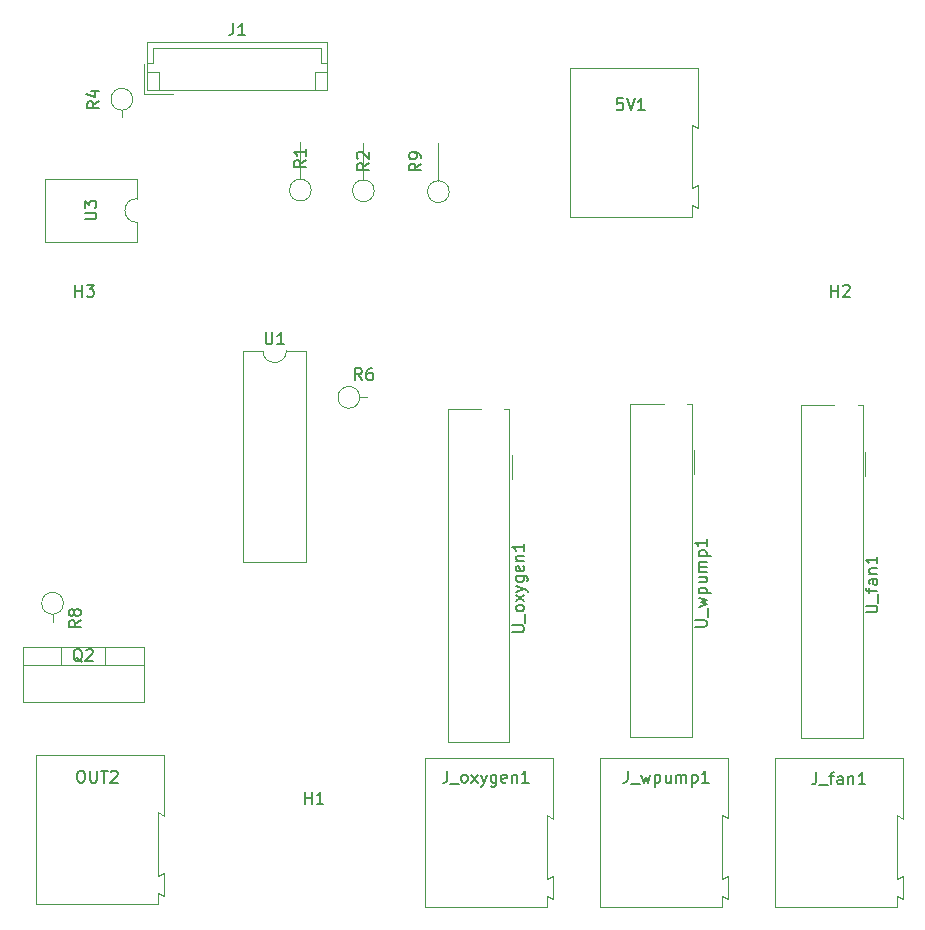
<source format=gbr>
%TF.GenerationSoftware,KiCad,Pcbnew,6.0.11+dfsg-1*%
%TF.CreationDate,2023-03-17T08:15:18-05:00*%
%TF.ProjectId,power_control,706f7765-725f-4636-9f6e-74726f6c2e6b,rev?*%
%TF.SameCoordinates,Original*%
%TF.FileFunction,Legend,Top*%
%TF.FilePolarity,Positive*%
%FSLAX46Y46*%
G04 Gerber Fmt 4.6, Leading zero omitted, Abs format (unit mm)*
G04 Created by KiCad (PCBNEW 6.0.11+dfsg-1) date 2023-03-17 08:15:18*
%MOMM*%
%LPD*%
G01*
G04 APERTURE LIST*
%ADD10C,0.150000*%
%ADD11C,0.120000*%
G04 APERTURE END LIST*
D10*
%TO.C,J_wpump1*%
X179110095Y-103211380D02*
X179110095Y-103925666D01*
X179062476Y-104068523D01*
X178967238Y-104163761D01*
X178824380Y-104211380D01*
X178729142Y-104211380D01*
X179348190Y-104306619D02*
X180110095Y-104306619D01*
X180252952Y-103544714D02*
X180443428Y-104211380D01*
X180633904Y-103735190D01*
X180824380Y-104211380D01*
X181014857Y-103544714D01*
X181395809Y-103544714D02*
X181395809Y-104544714D01*
X181395809Y-103592333D02*
X181491047Y-103544714D01*
X181681523Y-103544714D01*
X181776761Y-103592333D01*
X181824380Y-103639952D01*
X181872000Y-103735190D01*
X181872000Y-104020904D01*
X181824380Y-104116142D01*
X181776761Y-104163761D01*
X181681523Y-104211380D01*
X181491047Y-104211380D01*
X181395809Y-104163761D01*
X182729142Y-103544714D02*
X182729142Y-104211380D01*
X182300571Y-103544714D02*
X182300571Y-104068523D01*
X182348190Y-104163761D01*
X182443428Y-104211380D01*
X182586285Y-104211380D01*
X182681523Y-104163761D01*
X182729142Y-104116142D01*
X183205333Y-104211380D02*
X183205333Y-103544714D01*
X183205333Y-103639952D02*
X183252952Y-103592333D01*
X183348190Y-103544714D01*
X183491047Y-103544714D01*
X183586285Y-103592333D01*
X183633904Y-103687571D01*
X183633904Y-104211380D01*
X183633904Y-103687571D02*
X183681523Y-103592333D01*
X183776761Y-103544714D01*
X183919619Y-103544714D01*
X184014857Y-103592333D01*
X184062476Y-103687571D01*
X184062476Y-104211380D01*
X184538666Y-103544714D02*
X184538666Y-104544714D01*
X184538666Y-103592333D02*
X184633904Y-103544714D01*
X184824380Y-103544714D01*
X184919619Y-103592333D01*
X184967238Y-103639952D01*
X185014857Y-103735190D01*
X185014857Y-104020904D01*
X184967238Y-104116142D01*
X184919619Y-104163761D01*
X184824380Y-104211380D01*
X184633904Y-104211380D01*
X184538666Y-104163761D01*
X185967238Y-104211380D02*
X185395809Y-104211380D01*
X185681523Y-104211380D02*
X185681523Y-103211380D01*
X185586285Y-103354238D01*
X185491047Y-103449476D01*
X185395809Y-103497095D01*
%TO.C,J_fan1*%
X195072238Y-103338380D02*
X195072238Y-104052666D01*
X195024619Y-104195523D01*
X194929380Y-104290761D01*
X194786523Y-104338380D01*
X194691285Y-104338380D01*
X195310333Y-104433619D02*
X196072238Y-104433619D01*
X196167476Y-103671714D02*
X196548428Y-103671714D01*
X196310333Y-104338380D02*
X196310333Y-103481238D01*
X196357952Y-103386000D01*
X196453190Y-103338380D01*
X196548428Y-103338380D01*
X197310333Y-104338380D02*
X197310333Y-103814571D01*
X197262714Y-103719333D01*
X197167476Y-103671714D01*
X196977000Y-103671714D01*
X196881761Y-103719333D01*
X197310333Y-104290761D02*
X197215095Y-104338380D01*
X196977000Y-104338380D01*
X196881761Y-104290761D01*
X196834142Y-104195523D01*
X196834142Y-104100285D01*
X196881761Y-104005047D01*
X196977000Y-103957428D01*
X197215095Y-103957428D01*
X197310333Y-103909809D01*
X197786523Y-103671714D02*
X197786523Y-104338380D01*
X197786523Y-103766952D02*
X197834142Y-103719333D01*
X197929380Y-103671714D01*
X198072238Y-103671714D01*
X198167476Y-103719333D01*
X198215095Y-103814571D01*
X198215095Y-104338380D01*
X199215095Y-104338380D02*
X198643666Y-104338380D01*
X198929380Y-104338380D02*
X198929380Y-103338380D01*
X198834142Y-103481238D01*
X198738904Y-103576476D01*
X198643666Y-103624095D01*
%TO.C,R2*%
X157170380Y-51768666D02*
X156694190Y-52102000D01*
X157170380Y-52340095D02*
X156170380Y-52340095D01*
X156170380Y-51959142D01*
X156218000Y-51863904D01*
X156265619Y-51816285D01*
X156360857Y-51768666D01*
X156503714Y-51768666D01*
X156598952Y-51816285D01*
X156646571Y-51863904D01*
X156694190Y-51959142D01*
X156694190Y-52340095D01*
X156265619Y-51387714D02*
X156218000Y-51340095D01*
X156170380Y-51244857D01*
X156170380Y-51006761D01*
X156218000Y-50911523D01*
X156265619Y-50863904D01*
X156360857Y-50816285D01*
X156456095Y-50816285D01*
X156598952Y-50863904D01*
X157170380Y-51435333D01*
X157170380Y-50816285D01*
%TO.C,H2*%
X196342095Y-63073380D02*
X196342095Y-62073380D01*
X196342095Y-62549571D02*
X196913523Y-62549571D01*
X196913523Y-63073380D02*
X196913523Y-62073380D01*
X197342095Y-62168619D02*
X197389714Y-62121000D01*
X197484952Y-62073380D01*
X197723047Y-62073380D01*
X197818285Y-62121000D01*
X197865904Y-62168619D01*
X197913523Y-62263857D01*
X197913523Y-62359095D01*
X197865904Y-62501952D01*
X197294476Y-63073380D01*
X197913523Y-63073380D01*
%TO.C,U3*%
X133123380Y-56520904D02*
X133932904Y-56520904D01*
X134028142Y-56473285D01*
X134075761Y-56425666D01*
X134123380Y-56330428D01*
X134123380Y-56139952D01*
X134075761Y-56044714D01*
X134028142Y-55997095D01*
X133932904Y-55949476D01*
X133123380Y-55949476D01*
X133123380Y-55568523D02*
X133123380Y-54949476D01*
X133504333Y-55282809D01*
X133504333Y-55139952D01*
X133551952Y-55044714D01*
X133599571Y-54997095D01*
X133694809Y-54949476D01*
X133932904Y-54949476D01*
X134028142Y-54997095D01*
X134075761Y-55044714D01*
X134123380Y-55139952D01*
X134123380Y-55425666D01*
X134075761Y-55520904D01*
X134028142Y-55568523D01*
%TO.C,U_wpump1*%
X184786380Y-91029476D02*
X185595904Y-91029476D01*
X185691142Y-90981857D01*
X185738761Y-90934238D01*
X185786380Y-90839000D01*
X185786380Y-90648523D01*
X185738761Y-90553285D01*
X185691142Y-90505666D01*
X185595904Y-90458047D01*
X184786380Y-90458047D01*
X185881619Y-90219952D02*
X185881619Y-89458047D01*
X185119714Y-89315190D02*
X185786380Y-89124714D01*
X185310190Y-88934238D01*
X185786380Y-88743761D01*
X185119714Y-88553285D01*
X185119714Y-88172333D02*
X186119714Y-88172333D01*
X185167333Y-88172333D02*
X185119714Y-88077095D01*
X185119714Y-87886619D01*
X185167333Y-87791380D01*
X185214952Y-87743761D01*
X185310190Y-87696142D01*
X185595904Y-87696142D01*
X185691142Y-87743761D01*
X185738761Y-87791380D01*
X185786380Y-87886619D01*
X185786380Y-88077095D01*
X185738761Y-88172333D01*
X185119714Y-86839000D02*
X185786380Y-86839000D01*
X185119714Y-87267571D02*
X185643523Y-87267571D01*
X185738761Y-87219952D01*
X185786380Y-87124714D01*
X185786380Y-86981857D01*
X185738761Y-86886619D01*
X185691142Y-86839000D01*
X185786380Y-86362809D02*
X185119714Y-86362809D01*
X185214952Y-86362809D02*
X185167333Y-86315190D01*
X185119714Y-86219952D01*
X185119714Y-86077095D01*
X185167333Y-85981857D01*
X185262571Y-85934238D01*
X185786380Y-85934238D01*
X185262571Y-85934238D02*
X185167333Y-85886619D01*
X185119714Y-85791380D01*
X185119714Y-85648523D01*
X185167333Y-85553285D01*
X185262571Y-85505666D01*
X185786380Y-85505666D01*
X185119714Y-85029476D02*
X186119714Y-85029476D01*
X185167333Y-85029476D02*
X185119714Y-84934238D01*
X185119714Y-84743761D01*
X185167333Y-84648523D01*
X185214952Y-84600904D01*
X185310190Y-84553285D01*
X185595904Y-84553285D01*
X185691142Y-84600904D01*
X185738761Y-84648523D01*
X185786380Y-84743761D01*
X185786380Y-84934238D01*
X185738761Y-85029476D01*
X185786380Y-83600904D02*
X185786380Y-84172333D01*
X185786380Y-83886619D02*
X184786380Y-83886619D01*
X184929238Y-83981857D01*
X185024476Y-84077095D01*
X185072095Y-84172333D01*
%TO.C,U1*%
X148448095Y-66097380D02*
X148448095Y-66906904D01*
X148495714Y-67002142D01*
X148543333Y-67049761D01*
X148638571Y-67097380D01*
X148829047Y-67097380D01*
X148924285Y-67049761D01*
X148971904Y-67002142D01*
X149019523Y-66906904D01*
X149019523Y-66097380D01*
X150019523Y-67097380D02*
X149448095Y-67097380D01*
X149733809Y-67097380D02*
X149733809Y-66097380D01*
X149638571Y-66240238D01*
X149543333Y-66335476D01*
X149448095Y-66383095D01*
%TO.C,OUT2*%
X132723809Y-103211380D02*
X132914285Y-103211380D01*
X133009523Y-103259000D01*
X133104761Y-103354238D01*
X133152380Y-103544714D01*
X133152380Y-103878047D01*
X133104761Y-104068523D01*
X133009523Y-104163761D01*
X132914285Y-104211380D01*
X132723809Y-104211380D01*
X132628571Y-104163761D01*
X132533333Y-104068523D01*
X132485714Y-103878047D01*
X132485714Y-103544714D01*
X132533333Y-103354238D01*
X132628571Y-103259000D01*
X132723809Y-103211380D01*
X133580952Y-103211380D02*
X133580952Y-104020904D01*
X133628571Y-104116142D01*
X133676190Y-104163761D01*
X133771428Y-104211380D01*
X133961904Y-104211380D01*
X134057142Y-104163761D01*
X134104761Y-104116142D01*
X134152380Y-104020904D01*
X134152380Y-103211380D01*
X134485714Y-103211380D02*
X135057142Y-103211380D01*
X134771428Y-104211380D02*
X134771428Y-103211380D01*
X135342857Y-103306619D02*
X135390476Y-103259000D01*
X135485714Y-103211380D01*
X135723809Y-103211380D01*
X135819047Y-103259000D01*
X135866666Y-103306619D01*
X135914285Y-103401857D01*
X135914285Y-103497095D01*
X135866666Y-103639952D01*
X135295238Y-104211380D01*
X135914285Y-104211380D01*
%TO.C,R6*%
X156593333Y-70132380D02*
X156260000Y-69656190D01*
X156021904Y-70132380D02*
X156021904Y-69132380D01*
X156402857Y-69132380D01*
X156498095Y-69180000D01*
X156545714Y-69227619D01*
X156593333Y-69322857D01*
X156593333Y-69465714D01*
X156545714Y-69560952D01*
X156498095Y-69608571D01*
X156402857Y-69656190D01*
X156021904Y-69656190D01*
X157450476Y-69132380D02*
X157260000Y-69132380D01*
X157164761Y-69180000D01*
X157117142Y-69227619D01*
X157021904Y-69370476D01*
X156974285Y-69560952D01*
X156974285Y-69941904D01*
X157021904Y-70037142D01*
X157069523Y-70084761D01*
X157164761Y-70132380D01*
X157355238Y-70132380D01*
X157450476Y-70084761D01*
X157498095Y-70037142D01*
X157545714Y-69941904D01*
X157545714Y-69703809D01*
X157498095Y-69608571D01*
X157450476Y-69560952D01*
X157355238Y-69513333D01*
X157164761Y-69513333D01*
X157069523Y-69560952D01*
X157021904Y-69608571D01*
X156974285Y-69703809D01*
%TO.C,Q2*%
X132904761Y-94002619D02*
X132809523Y-93955000D01*
X132714285Y-93859761D01*
X132571428Y-93716904D01*
X132476190Y-93669285D01*
X132380952Y-93669285D01*
X132428571Y-93907380D02*
X132333333Y-93859761D01*
X132238095Y-93764523D01*
X132190476Y-93574047D01*
X132190476Y-93240714D01*
X132238095Y-93050238D01*
X132333333Y-92955000D01*
X132428571Y-92907380D01*
X132619047Y-92907380D01*
X132714285Y-92955000D01*
X132809523Y-93050238D01*
X132857142Y-93240714D01*
X132857142Y-93574047D01*
X132809523Y-93764523D01*
X132714285Y-93859761D01*
X132619047Y-93907380D01*
X132428571Y-93907380D01*
X133238095Y-93002619D02*
X133285714Y-92955000D01*
X133380952Y-92907380D01*
X133619047Y-92907380D01*
X133714285Y-92955000D01*
X133761904Y-93002619D01*
X133809523Y-93097857D01*
X133809523Y-93193095D01*
X133761904Y-93335952D01*
X133190476Y-93907380D01*
X133809523Y-93907380D01*
%TO.C,R1*%
X151836380Y-51528666D02*
X151360190Y-51862000D01*
X151836380Y-52100095D02*
X150836380Y-52100095D01*
X150836380Y-51719142D01*
X150884000Y-51623904D01*
X150931619Y-51576285D01*
X151026857Y-51528666D01*
X151169714Y-51528666D01*
X151264952Y-51576285D01*
X151312571Y-51623904D01*
X151360190Y-51719142D01*
X151360190Y-52100095D01*
X151836380Y-50576285D02*
X151836380Y-51147714D01*
X151836380Y-50862000D02*
X150836380Y-50862000D01*
X150979238Y-50957238D01*
X151074476Y-51052476D01*
X151122095Y-51147714D01*
%TO.C,H1*%
X151765095Y-105999380D02*
X151765095Y-104999380D01*
X151765095Y-105475571D02*
X152336523Y-105475571D01*
X152336523Y-105999380D02*
X152336523Y-104999380D01*
X153336523Y-105999380D02*
X152765095Y-105999380D01*
X153050809Y-105999380D02*
X153050809Y-104999380D01*
X152955571Y-105142238D01*
X152860333Y-105237476D01*
X152765095Y-105285095D01*
%TO.C,U_fan1*%
X199235380Y-89799333D02*
X200044904Y-89799333D01*
X200140142Y-89751714D01*
X200187761Y-89704095D01*
X200235380Y-89608857D01*
X200235380Y-89418380D01*
X200187761Y-89323142D01*
X200140142Y-89275523D01*
X200044904Y-89227904D01*
X199235380Y-89227904D01*
X200330619Y-88989809D02*
X200330619Y-88227904D01*
X199568714Y-88132666D02*
X199568714Y-87751714D01*
X200235380Y-87989809D02*
X199378238Y-87989809D01*
X199283000Y-87942190D01*
X199235380Y-87846952D01*
X199235380Y-87751714D01*
X200235380Y-86989809D02*
X199711571Y-86989809D01*
X199616333Y-87037428D01*
X199568714Y-87132666D01*
X199568714Y-87323142D01*
X199616333Y-87418380D01*
X200187761Y-86989809D02*
X200235380Y-87085047D01*
X200235380Y-87323142D01*
X200187761Y-87418380D01*
X200092523Y-87466000D01*
X199997285Y-87466000D01*
X199902047Y-87418380D01*
X199854428Y-87323142D01*
X199854428Y-87085047D01*
X199806809Y-86989809D01*
X199568714Y-86513619D02*
X200235380Y-86513619D01*
X199663952Y-86513619D02*
X199616333Y-86466000D01*
X199568714Y-86370761D01*
X199568714Y-86227904D01*
X199616333Y-86132666D01*
X199711571Y-86085047D01*
X200235380Y-86085047D01*
X200235380Y-85085047D02*
X200235380Y-85656476D01*
X200235380Y-85370761D02*
X199235380Y-85370761D01*
X199378238Y-85466000D01*
X199473476Y-85561238D01*
X199521095Y-85656476D01*
%TO.C,H3*%
X132334095Y-63073380D02*
X132334095Y-62073380D01*
X132334095Y-62549571D02*
X132905523Y-62549571D01*
X132905523Y-63073380D02*
X132905523Y-62073380D01*
X133286476Y-62073380D02*
X133905523Y-62073380D01*
X133572190Y-62454333D01*
X133715047Y-62454333D01*
X133810285Y-62501952D01*
X133857904Y-62549571D01*
X133905523Y-62644809D01*
X133905523Y-62882904D01*
X133857904Y-62978142D01*
X133810285Y-63025761D01*
X133715047Y-63073380D01*
X133429333Y-63073380D01*
X133334095Y-63025761D01*
X133286476Y-62978142D01*
%TO.C,R9*%
X161600380Y-51805666D02*
X161124190Y-52139000D01*
X161600380Y-52377095D02*
X160600380Y-52377095D01*
X160600380Y-51996142D01*
X160648000Y-51900904D01*
X160695619Y-51853285D01*
X160790857Y-51805666D01*
X160933714Y-51805666D01*
X161028952Y-51853285D01*
X161076571Y-51900904D01*
X161124190Y-51996142D01*
X161124190Y-52377095D01*
X161600380Y-51329476D02*
X161600380Y-51139000D01*
X161552761Y-51043761D01*
X161505142Y-50996142D01*
X161362285Y-50900904D01*
X161171809Y-50853285D01*
X160790857Y-50853285D01*
X160695619Y-50900904D01*
X160648000Y-50948523D01*
X160600380Y-51043761D01*
X160600380Y-51234238D01*
X160648000Y-51329476D01*
X160695619Y-51377095D01*
X160790857Y-51424714D01*
X161028952Y-51424714D01*
X161124190Y-51377095D01*
X161171809Y-51329476D01*
X161219428Y-51234238D01*
X161219428Y-51043761D01*
X161171809Y-50948523D01*
X161124190Y-50900904D01*
X161028952Y-50853285D01*
%TO.C,J1*%
X145716666Y-39913380D02*
X145716666Y-40627666D01*
X145669047Y-40770523D01*
X145573809Y-40865761D01*
X145430952Y-40913380D01*
X145335714Y-40913380D01*
X146716666Y-40913380D02*
X146145238Y-40913380D01*
X146430952Y-40913380D02*
X146430952Y-39913380D01*
X146335714Y-40056238D01*
X146240476Y-40151476D01*
X146145238Y-40199095D01*
%TO.C,5V1*%
X178683333Y-46282380D02*
X178207142Y-46282380D01*
X178159523Y-46758571D01*
X178207142Y-46710952D01*
X178302380Y-46663333D01*
X178540476Y-46663333D01*
X178635714Y-46710952D01*
X178683333Y-46758571D01*
X178730952Y-46853809D01*
X178730952Y-47091904D01*
X178683333Y-47187142D01*
X178635714Y-47234761D01*
X178540476Y-47282380D01*
X178302380Y-47282380D01*
X178207142Y-47234761D01*
X178159523Y-47187142D01*
X179016666Y-46282380D02*
X179350000Y-47282380D01*
X179683333Y-46282380D01*
X180540476Y-47282380D02*
X179969047Y-47282380D01*
X180254761Y-47282380D02*
X180254761Y-46282380D01*
X180159523Y-46425238D01*
X180064285Y-46520476D01*
X179969047Y-46568095D01*
%TO.C,J_oxygen1*%
X163824285Y-103211380D02*
X163824285Y-103925666D01*
X163776666Y-104068523D01*
X163681428Y-104163761D01*
X163538571Y-104211380D01*
X163443333Y-104211380D01*
X164062380Y-104306619D02*
X164824285Y-104306619D01*
X165205238Y-104211380D02*
X165110000Y-104163761D01*
X165062380Y-104116142D01*
X165014761Y-104020904D01*
X165014761Y-103735190D01*
X165062380Y-103639952D01*
X165110000Y-103592333D01*
X165205238Y-103544714D01*
X165348095Y-103544714D01*
X165443333Y-103592333D01*
X165490952Y-103639952D01*
X165538571Y-103735190D01*
X165538571Y-104020904D01*
X165490952Y-104116142D01*
X165443333Y-104163761D01*
X165348095Y-104211380D01*
X165205238Y-104211380D01*
X165871904Y-104211380D02*
X166395714Y-103544714D01*
X165871904Y-103544714D02*
X166395714Y-104211380D01*
X166681428Y-103544714D02*
X166919523Y-104211380D01*
X167157619Y-103544714D02*
X166919523Y-104211380D01*
X166824285Y-104449476D01*
X166776666Y-104497095D01*
X166681428Y-104544714D01*
X167967142Y-103544714D02*
X167967142Y-104354238D01*
X167919523Y-104449476D01*
X167871904Y-104497095D01*
X167776666Y-104544714D01*
X167633809Y-104544714D01*
X167538571Y-104497095D01*
X167967142Y-104163761D02*
X167871904Y-104211380D01*
X167681428Y-104211380D01*
X167586190Y-104163761D01*
X167538571Y-104116142D01*
X167490952Y-104020904D01*
X167490952Y-103735190D01*
X167538571Y-103639952D01*
X167586190Y-103592333D01*
X167681428Y-103544714D01*
X167871904Y-103544714D01*
X167967142Y-103592333D01*
X168824285Y-104163761D02*
X168729047Y-104211380D01*
X168538571Y-104211380D01*
X168443333Y-104163761D01*
X168395714Y-104068523D01*
X168395714Y-103687571D01*
X168443333Y-103592333D01*
X168538571Y-103544714D01*
X168729047Y-103544714D01*
X168824285Y-103592333D01*
X168871904Y-103687571D01*
X168871904Y-103782809D01*
X168395714Y-103878047D01*
X169300476Y-103544714D02*
X169300476Y-104211380D01*
X169300476Y-103639952D02*
X169348095Y-103592333D01*
X169443333Y-103544714D01*
X169586190Y-103544714D01*
X169681428Y-103592333D01*
X169729047Y-103687571D01*
X169729047Y-104211380D01*
X170729047Y-104211380D02*
X170157619Y-104211380D01*
X170443333Y-104211380D02*
X170443333Y-103211380D01*
X170348095Y-103354238D01*
X170252857Y-103449476D01*
X170157619Y-103497095D01*
%TO.C,R8*%
X132772380Y-90471666D02*
X132296190Y-90805000D01*
X132772380Y-91043095D02*
X131772380Y-91043095D01*
X131772380Y-90662142D01*
X131820000Y-90566904D01*
X131867619Y-90519285D01*
X131962857Y-90471666D01*
X132105714Y-90471666D01*
X132200952Y-90519285D01*
X132248571Y-90566904D01*
X132296190Y-90662142D01*
X132296190Y-91043095D01*
X132200952Y-89900238D02*
X132153333Y-89995476D01*
X132105714Y-90043095D01*
X132010476Y-90090714D01*
X131962857Y-90090714D01*
X131867619Y-90043095D01*
X131820000Y-89995476D01*
X131772380Y-89900238D01*
X131772380Y-89709761D01*
X131820000Y-89614523D01*
X131867619Y-89566904D01*
X131962857Y-89519285D01*
X132010476Y-89519285D01*
X132105714Y-89566904D01*
X132153333Y-89614523D01*
X132200952Y-89709761D01*
X132200952Y-89900238D01*
X132248571Y-89995476D01*
X132296190Y-90043095D01*
X132391428Y-90090714D01*
X132581904Y-90090714D01*
X132677142Y-90043095D01*
X132724761Y-89995476D01*
X132772380Y-89900238D01*
X132772380Y-89709761D01*
X132724761Y-89614523D01*
X132677142Y-89566904D01*
X132581904Y-89519285D01*
X132391428Y-89519285D01*
X132296190Y-89566904D01*
X132248571Y-89614523D01*
X132200952Y-89709761D01*
%TO.C,U_oxygen1*%
X169319880Y-91472285D02*
X170129404Y-91472285D01*
X170224642Y-91424666D01*
X170272261Y-91377047D01*
X170319880Y-91281809D01*
X170319880Y-91091333D01*
X170272261Y-90996095D01*
X170224642Y-90948476D01*
X170129404Y-90900857D01*
X169319880Y-90900857D01*
X170415119Y-90662761D02*
X170415119Y-89900857D01*
X170319880Y-89519904D02*
X170272261Y-89615142D01*
X170224642Y-89662761D01*
X170129404Y-89710380D01*
X169843690Y-89710380D01*
X169748452Y-89662761D01*
X169700833Y-89615142D01*
X169653214Y-89519904D01*
X169653214Y-89377047D01*
X169700833Y-89281809D01*
X169748452Y-89234190D01*
X169843690Y-89186571D01*
X170129404Y-89186571D01*
X170224642Y-89234190D01*
X170272261Y-89281809D01*
X170319880Y-89377047D01*
X170319880Y-89519904D01*
X170319880Y-88853238D02*
X169653214Y-88329428D01*
X169653214Y-88853238D02*
X170319880Y-88329428D01*
X169653214Y-88043714D02*
X170319880Y-87805619D01*
X169653214Y-87567523D02*
X170319880Y-87805619D01*
X170557976Y-87900857D01*
X170605595Y-87948476D01*
X170653214Y-88043714D01*
X169653214Y-86758000D02*
X170462738Y-86758000D01*
X170557976Y-86805619D01*
X170605595Y-86853238D01*
X170653214Y-86948476D01*
X170653214Y-87091333D01*
X170605595Y-87186571D01*
X170272261Y-86758000D02*
X170319880Y-86853238D01*
X170319880Y-87043714D01*
X170272261Y-87138952D01*
X170224642Y-87186571D01*
X170129404Y-87234190D01*
X169843690Y-87234190D01*
X169748452Y-87186571D01*
X169700833Y-87138952D01*
X169653214Y-87043714D01*
X169653214Y-86853238D01*
X169700833Y-86758000D01*
X170272261Y-85900857D02*
X170319880Y-85996095D01*
X170319880Y-86186571D01*
X170272261Y-86281809D01*
X170177023Y-86329428D01*
X169796071Y-86329428D01*
X169700833Y-86281809D01*
X169653214Y-86186571D01*
X169653214Y-85996095D01*
X169700833Y-85900857D01*
X169796071Y-85853238D01*
X169891309Y-85853238D01*
X169986547Y-86329428D01*
X169653214Y-85424666D02*
X170319880Y-85424666D01*
X169748452Y-85424666D02*
X169700833Y-85377047D01*
X169653214Y-85281809D01*
X169653214Y-85138952D01*
X169700833Y-85043714D01*
X169796071Y-84996095D01*
X170319880Y-84996095D01*
X170319880Y-83996095D02*
X170319880Y-84567523D01*
X170319880Y-84281809D02*
X169319880Y-84281809D01*
X169462738Y-84377047D01*
X169557976Y-84472285D01*
X169605595Y-84567523D01*
%TO.C,R4*%
X134323380Y-46545666D02*
X133847190Y-46879000D01*
X134323380Y-47117095D02*
X133323380Y-47117095D01*
X133323380Y-46736142D01*
X133371000Y-46640904D01*
X133418619Y-46593285D01*
X133513857Y-46545666D01*
X133656714Y-46545666D01*
X133751952Y-46593285D01*
X133799571Y-46640904D01*
X133847190Y-46736142D01*
X133847190Y-47117095D01*
X133656714Y-45688523D02*
X134323380Y-45688523D01*
X133275761Y-45926619D02*
X133990047Y-46164714D01*
X133990047Y-45545666D01*
D11*
%TO.C,J_wpump1*%
X187111500Y-113789000D02*
X187611500Y-114039000D01*
X187611500Y-107239000D02*
X187611500Y-102139000D01*
X187611500Y-112089000D02*
X187111500Y-112339000D01*
X187111500Y-106939000D02*
X187611500Y-107239000D01*
X187611500Y-112139000D02*
X187611500Y-112089000D01*
X176761500Y-114739000D02*
X187111500Y-114739000D01*
X187111500Y-114739000D02*
X187111500Y-113789000D01*
X187111500Y-112339000D02*
X187111500Y-106939000D01*
X187611500Y-114039000D02*
X187611500Y-112139000D01*
X187611500Y-102139000D02*
X176761500Y-102139000D01*
X176761500Y-102139000D02*
X176761500Y-114739000D01*
%TO.C,J_fan1*%
X202383000Y-112158000D02*
X202383000Y-112108000D01*
X202383000Y-114058000D02*
X202383000Y-112158000D01*
X191533000Y-102158000D02*
X191533000Y-114758000D01*
X201883000Y-112358000D02*
X201883000Y-106958000D01*
X201883000Y-106958000D02*
X202383000Y-107258000D01*
X202383000Y-102158000D02*
X191533000Y-102158000D01*
X191533000Y-114758000D02*
X201883000Y-114758000D01*
X202383000Y-112108000D02*
X201883000Y-112358000D01*
X201883000Y-114758000D02*
X201883000Y-113808000D01*
X202383000Y-107258000D02*
X202383000Y-102158000D01*
X201883000Y-113808000D02*
X202383000Y-114058000D01*
%TO.C,R2*%
X156718000Y-53182000D02*
X156718000Y-50022000D01*
X157638000Y-54102000D02*
G75*
G03*
X157638000Y-54102000I-920000J0D01*
G01*
%TO.C,U3*%
X137526000Y-53119000D02*
X129786000Y-53119000D01*
X129786000Y-53119000D02*
X129786000Y-58419000D01*
X137526000Y-58419000D02*
X137526000Y-56769000D01*
X129786000Y-58419000D02*
X137526000Y-58419000D01*
X137526000Y-54769000D02*
X137526000Y-53119000D01*
X137526000Y-54769000D02*
G75*
G03*
X137526000Y-56769000I0J-1000000D01*
G01*
%TO.C,U_wpump1*%
X179334000Y-100339000D02*
X179334000Y-72139000D01*
X184534000Y-72139000D02*
X184134000Y-72139000D01*
X184734000Y-78089000D02*
X184734000Y-76089000D01*
X184534000Y-100339000D02*
X179334000Y-100339000D01*
X184534000Y-72139000D02*
X184534000Y-100339000D01*
X179334000Y-72139000D02*
X182134000Y-72139000D01*
%TO.C,U1*%
X151860000Y-85545000D02*
X151860000Y-67645000D01*
X146560000Y-67645000D02*
X146560000Y-85545000D01*
X146560000Y-85545000D02*
X151860000Y-85545000D01*
X148210000Y-67645000D02*
X146560000Y-67645000D01*
X151860000Y-67645000D02*
X150210000Y-67645000D01*
X148210000Y-67645000D02*
G75*
G03*
X150210000Y-67645000I1000000J0D01*
G01*
%TO.C,OUT2*%
X139835000Y-107000000D02*
X139835000Y-101900000D01*
X139335000Y-113550000D02*
X139835000Y-113800000D01*
X139335000Y-112100000D02*
X139335000Y-106700000D01*
X139335000Y-114500000D02*
X139335000Y-113550000D01*
X139835000Y-113800000D02*
X139835000Y-111900000D01*
X128985000Y-114500000D02*
X139335000Y-114500000D01*
X128985000Y-101900000D02*
X128985000Y-114500000D01*
X139835000Y-111900000D02*
X139835000Y-111850000D01*
X139835000Y-111850000D02*
X139335000Y-112100000D01*
X139835000Y-101900000D02*
X128985000Y-101900000D01*
X139335000Y-106700000D02*
X139835000Y-107000000D01*
%TO.C,R6*%
X156410000Y-71600000D02*
X157030000Y-71600000D01*
X156410000Y-71600000D02*
G75*
G03*
X156410000Y-71600000I-920000J0D01*
G01*
%TO.C,Q2*%
X127880000Y-92730000D02*
X138120000Y-92730000D01*
X134851000Y-92730000D02*
X134851000Y-94240000D01*
X127880000Y-92730000D02*
X127880000Y-97371000D01*
X127880000Y-97371000D02*
X138120000Y-97371000D01*
X127880000Y-94240000D02*
X138120000Y-94240000D01*
X131150000Y-92730000D02*
X131150000Y-94240000D01*
X138120000Y-92730000D02*
X138120000Y-97371000D01*
%TO.C,R1*%
X151384000Y-53132000D02*
X151384000Y-49972000D01*
X152304000Y-54052000D02*
G75*
G03*
X152304000Y-54052000I-920000J0D01*
G01*
%TO.C,U_fan1*%
X198983000Y-72266000D02*
X198583000Y-72266000D01*
X199183000Y-78216000D02*
X199183000Y-76216000D01*
X198983000Y-100466000D02*
X193783000Y-100466000D01*
X198983000Y-72266000D02*
X198983000Y-100466000D01*
X193783000Y-100466000D02*
X193783000Y-72266000D01*
X193783000Y-72266000D02*
X196583000Y-72266000D01*
%TO.C,R9*%
X163068000Y-53259000D02*
X163068000Y-50099000D01*
X163988000Y-54179000D02*
G75*
G03*
X163988000Y-54179000I-920000J0D01*
G01*
%TO.C,J1*%
X138940000Y-42051000D02*
X153160000Y-42051000D01*
X139440000Y-44071000D02*
X139440000Y-45571000D01*
X153160000Y-42051000D02*
X153160000Y-43261000D01*
X153660000Y-45571000D02*
X153660000Y-41551000D01*
X138440000Y-41551000D02*
X138440000Y-45571000D01*
X138940000Y-43261000D02*
X138940000Y-42051000D01*
X153660000Y-44071000D02*
X152660000Y-44071000D01*
X153160000Y-43261000D02*
X153660000Y-43261000D01*
X138440000Y-45571000D02*
X153660000Y-45571000D01*
X153660000Y-41551000D02*
X138440000Y-41551000D01*
X138440000Y-43261000D02*
X138940000Y-43261000D01*
X138440000Y-44071000D02*
X139440000Y-44071000D01*
X138140000Y-45871000D02*
X140640000Y-45871000D01*
X152660000Y-44071000D02*
X152660000Y-45571000D01*
X138140000Y-43371000D02*
X138140000Y-45871000D01*
%TO.C,5V1*%
X185035000Y-53700000D02*
X185035000Y-53650000D01*
X174185000Y-56300000D02*
X184535000Y-56300000D01*
X185035000Y-55600000D02*
X185035000Y-53700000D01*
X184535000Y-53900000D02*
X184535000Y-48500000D01*
X184535000Y-56300000D02*
X184535000Y-55350000D01*
X184535000Y-55350000D02*
X185035000Y-55600000D01*
X174185000Y-43700000D02*
X174185000Y-56300000D01*
X185035000Y-43700000D02*
X174185000Y-43700000D01*
X185035000Y-53650000D02*
X184535000Y-53900000D01*
X185035000Y-48800000D02*
X185035000Y-43700000D01*
X184535000Y-48500000D02*
X185035000Y-48800000D01*
%TO.C,J_oxygen1*%
X172745000Y-107258000D02*
X172745000Y-102158000D01*
X161895000Y-114758000D02*
X172245000Y-114758000D01*
X161895000Y-102158000D02*
X161895000Y-114758000D01*
X172745000Y-102158000D02*
X161895000Y-102158000D01*
X172245000Y-114758000D02*
X172245000Y-113808000D01*
X172745000Y-114058000D02*
X172745000Y-112158000D01*
X172245000Y-112358000D02*
X172245000Y-106958000D01*
X172745000Y-112158000D02*
X172745000Y-112108000D01*
X172745000Y-112108000D02*
X172245000Y-112358000D01*
X172245000Y-106958000D02*
X172745000Y-107258000D01*
X172245000Y-113808000D02*
X172745000Y-114058000D01*
%TO.C,R8*%
X130400000Y-89955000D02*
X130400000Y-90575000D01*
X131320000Y-89035000D02*
G75*
G03*
X131320000Y-89035000I-920000J0D01*
G01*
%TO.C,U_oxygen1*%
X169267500Y-78508000D02*
X169267500Y-76508000D01*
X169067500Y-72558000D02*
X169067500Y-100758000D01*
X163867500Y-72558000D02*
X166667500Y-72558000D01*
X169067500Y-72558000D02*
X168667500Y-72558000D01*
X163867500Y-100758000D02*
X163867500Y-72558000D01*
X169067500Y-100758000D02*
X163867500Y-100758000D01*
%TO.C,R4*%
X136271000Y-47279000D02*
X136271000Y-47899000D01*
X137191000Y-46359000D02*
G75*
G03*
X137191000Y-46359000I-920000J0D01*
G01*
%TD*%
M02*

</source>
